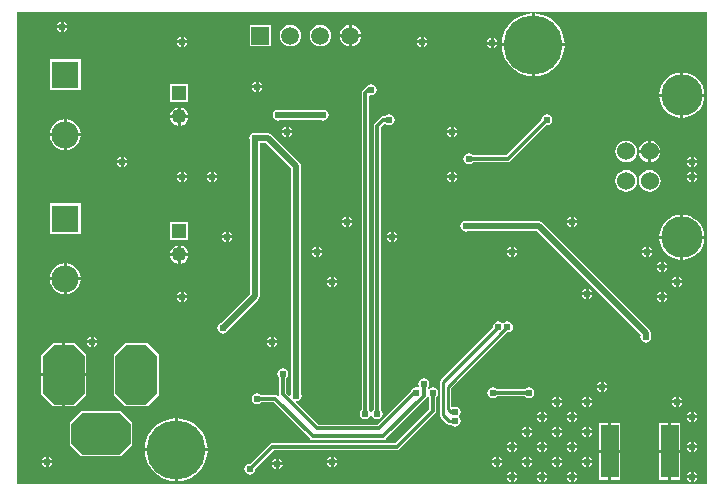
<source format=gbl>
%FSLAX25Y25*%
%MOIN*%
G70*
G01*
G75*
G04 Layer_Physical_Order=2*
G04 Layer_Color=16711680*
%ADD10R,0.02362X0.08661*%
%ADD11R,0.02362X0.08661*%
%ADD12R,0.02362X0.02362*%
%ADD13R,0.03543X0.02953*%
%ADD14R,0.02953X0.03543*%
%ADD15O,0.02165X0.06890*%
%ADD16O,0.06890X0.02165*%
%ADD17R,0.04134X0.05906*%
%ADD18R,0.02362X0.04134*%
%ADD19R,0.03937X0.09843*%
%ADD20O,0.08268X0.01772*%
%ADD21R,0.02756X0.03543*%
%ADD22R,0.03150X0.03740*%
%ADD23R,0.04331X0.07480*%
%ADD24O,0.03150X0.01181*%
%ADD25O,0.01181X0.03150*%
%ADD26R,0.05906X0.17716*%
%ADD27R,0.04331X0.07480*%
%ADD28C,0.01200*%
%ADD29C,0.01000*%
%ADD30C,0.02000*%
%ADD31C,0.19685*%
%ADD32C,0.04921*%
%ADD33R,0.04921X0.04921*%
%ADD34R,0.09055X0.09055*%
%ADD35C,0.09055*%
G04:AMPARAMS|DCode=36|XSize=196.85mil|YSize=137.8mil|CornerRadius=0mil|HoleSize=0mil|Usage=FLASHONLY|Rotation=270.000|XOffset=0mil|YOffset=0mil|HoleType=Round|Shape=Octagon|*
%AMOCTAGOND36*
4,1,8,-0.03445,-0.09843,0.03445,-0.09843,0.06890,-0.06398,0.06890,0.06398,0.03445,0.09843,-0.03445,0.09843,-0.06890,0.06398,-0.06890,-0.06398,-0.03445,-0.09843,0.0*
%
%ADD36OCTAGOND36*%

G04:AMPARAMS|DCode=37|XSize=196.85mil|YSize=137.8mil|CornerRadius=0mil|HoleSize=0mil|Usage=FLASHONLY|Rotation=0.000|XOffset=0mil|YOffset=0mil|HoleType=Round|Shape=Octagon|*
%AMOCTAGOND37*
4,1,8,0.09843,-0.03445,0.09843,0.03445,0.06398,0.06890,-0.06398,0.06890,-0.09843,0.03445,-0.09843,-0.03445,-0.06398,-0.06890,0.06398,-0.06890,0.09843,-0.03445,0.0*
%
%ADD37OCTAGOND37*%

%ADD38R,0.05906X0.05906*%
%ADD39C,0.05906*%
%ADD40C,0.06000*%
%ADD41C,0.13780*%
%ADD42C,0.02400*%
G36*
X655000Y712500D02*
X425000D01*
Y870000D01*
X655000D01*
Y712500D01*
D02*
G37*
%LPC*%
G36*
X610500Y736736D02*
Y735500D01*
X611736D01*
X611696Y735702D01*
X611298Y736298D01*
X610702Y736696D01*
X610500Y736736D01*
D02*
G37*
G36*
X609500D02*
X609298Y736696D01*
X608702Y736298D01*
X608304Y735702D01*
X608264Y735500D01*
X609500D01*
Y736736D01*
D02*
G37*
G36*
X650500D02*
Y735500D01*
X651736D01*
X651696Y735702D01*
X651298Y736298D01*
X650702Y736696D01*
X650500Y736736D01*
D02*
G37*
G36*
X649500D02*
X649298Y736696D01*
X648702Y736298D01*
X648304Y735702D01*
X648264Y735500D01*
X649500D01*
Y736736D01*
D02*
G37*
G36*
X651736Y734500D02*
X650500D01*
Y733264D01*
X650702Y733304D01*
X651298Y733702D01*
X651696Y734298D01*
X651736Y734500D01*
D02*
G37*
G36*
X649500D02*
X648264D01*
X648304Y734298D01*
X648702Y733702D01*
X649298Y733304D01*
X649500Y733264D01*
Y734500D01*
D02*
G37*
G36*
X600500Y736736D02*
Y735500D01*
X601736D01*
X601696Y735702D01*
X601298Y736298D01*
X600702Y736696D01*
X600500Y736736D01*
D02*
G37*
G36*
X599500D02*
X599298Y736696D01*
X598702Y736298D01*
X598304Y735702D01*
X598264Y735500D01*
X599500D01*
Y736736D01*
D02*
G37*
G36*
X604500Y739500D02*
X603264D01*
X603304Y739298D01*
X603702Y738702D01*
X604298Y738304D01*
X604500Y738264D01*
Y739500D01*
D02*
G37*
G36*
X440028Y748500D02*
X433038D01*
Y742302D01*
X436783Y738557D01*
X440028D01*
Y748500D01*
D02*
G37*
G36*
X646736Y739500D02*
X645500D01*
Y738264D01*
X645702Y738304D01*
X646298Y738702D01*
X646696Y739298D01*
X646736Y739500D01*
D02*
G37*
G36*
X468485Y759443D02*
X460995D01*
X457250Y755698D01*
Y742302D01*
X460995Y738557D01*
X468485D01*
X472230Y742302D01*
Y755698D01*
X468485Y759443D01*
D02*
G37*
G36*
X448017Y748500D02*
X441028D01*
Y738557D01*
X444273D01*
X448017Y742302D01*
Y748500D01*
D02*
G37*
G36*
X614500Y739500D02*
X613264D01*
X613304Y739298D01*
X613702Y738702D01*
X614298Y738304D01*
X614500Y738264D01*
Y739500D01*
D02*
G37*
G36*
X606736D02*
X605500D01*
Y738264D01*
X605702Y738304D01*
X606298Y738702D01*
X606696Y739298D01*
X606736Y739500D01*
D02*
G37*
G36*
X644500D02*
X643264D01*
X643304Y739298D01*
X643702Y738702D01*
X644298Y738304D01*
X644500Y738264D01*
Y739500D01*
D02*
G37*
G36*
X616736D02*
X615500D01*
Y738264D01*
X615702Y738304D01*
X616298Y738702D01*
X616696Y739298D01*
X616736Y739500D01*
D02*
G37*
G36*
X611736Y734500D02*
X610500D01*
Y733264D01*
X610702Y733304D01*
X611298Y733702D01*
X611696Y734298D01*
X611736Y734500D01*
D02*
G37*
G36*
X606736Y729500D02*
X605500D01*
Y728264D01*
X605702Y728304D01*
X606298Y728702D01*
X606696Y729298D01*
X606736Y729500D01*
D02*
G37*
G36*
X604500D02*
X603264D01*
X603304Y729298D01*
X603702Y728702D01*
X604298Y728304D01*
X604500Y728264D01*
Y729500D01*
D02*
G37*
G36*
X616736D02*
X615500D01*
Y728264D01*
X615702Y728304D01*
X616298Y728702D01*
X616696Y729298D01*
X616736Y729500D01*
D02*
G37*
G36*
X614500D02*
X613264D01*
X613304Y729298D01*
X613702Y728702D01*
X614298Y728304D01*
X614500Y728264D01*
Y729500D01*
D02*
G37*
G36*
X650500Y726736D02*
Y725500D01*
X651736D01*
X651696Y725702D01*
X651298Y726298D01*
X650702Y726696D01*
X650500Y726736D01*
D02*
G37*
G36*
X649500D02*
X649298Y726696D01*
X648702Y726298D01*
X648304Y725702D01*
X648264Y725500D01*
X649500D01*
Y726736D01*
D02*
G37*
G36*
X596736Y729500D02*
X595500D01*
Y728264D01*
X595702Y728304D01*
X596298Y728702D01*
X596696Y729298D01*
X596736Y729500D01*
D02*
G37*
G36*
X594500D02*
X593264D01*
X593304Y729298D01*
X593702Y728702D01*
X594298Y728304D01*
X594500Y728264D01*
Y729500D01*
D02*
G37*
G36*
Y731736D02*
X594298Y731696D01*
X593702Y731298D01*
X593304Y730702D01*
X593264Y730500D01*
X594500D01*
Y731736D01*
D02*
G37*
G36*
X599500Y734500D02*
X598264D01*
X598304Y734298D01*
X598702Y733702D01*
X599298Y733304D01*
X599500Y733264D01*
Y734500D01*
D02*
G37*
G36*
X615500Y731736D02*
Y730500D01*
X616736D01*
X616696Y730702D01*
X616298Y731298D01*
X615702Y731696D01*
X615500Y731736D01*
D02*
G37*
G36*
X609500Y734500D02*
X608264D01*
X608304Y734298D01*
X608702Y733702D01*
X609298Y733304D01*
X609500Y733264D01*
Y734500D01*
D02*
G37*
G36*
X601736D02*
X600500D01*
Y733264D01*
X600702Y733304D01*
X601298Y733702D01*
X601696Y734298D01*
X601736Y734500D01*
D02*
G37*
G36*
X604500Y731736D02*
X604298Y731696D01*
X603702Y731298D01*
X603304Y730702D01*
X603264Y730500D01*
X604500D01*
Y731736D01*
D02*
G37*
G36*
X595500D02*
Y730500D01*
X596736D01*
X596696Y730702D01*
X596298Y731298D01*
X595702Y731696D01*
X595500Y731736D01*
D02*
G37*
G36*
X614500D02*
X614298Y731696D01*
X613702Y731298D01*
X613304Y730702D01*
X613264Y730500D01*
X614500D01*
Y731736D01*
D02*
G37*
G36*
X605500D02*
Y730500D01*
X606736D01*
X606696Y730702D01*
X606298Y731298D01*
X605702Y731696D01*
X605500Y731736D01*
D02*
G37*
G36*
X588400Y766835D02*
X587698Y766696D01*
X587102Y766298D01*
X586698D01*
X586102Y766696D01*
X585400Y766835D01*
X584698Y766696D01*
X584102Y766298D01*
X583704Y765702D01*
X583565Y765000D01*
X583606Y764792D01*
X566207Y747393D01*
X565964Y747029D01*
X565878Y746600D01*
X565878Y746600D01*
Y735500D01*
X565878Y735500D01*
X565964Y735071D01*
X566207Y734707D01*
X568207Y732707D01*
X568207Y732707D01*
X568571Y732464D01*
X568571Y732464D01*
X568571Y732464D01*
D01*
X568571Y732464D01*
X568571Y732464D01*
X569000Y732378D01*
X569000Y732378D01*
X569585D01*
X569702Y732202D01*
X570298Y731804D01*
X571000Y731665D01*
X571702Y731804D01*
X572298Y732202D01*
X572696Y732798D01*
X572835Y733500D01*
X572696Y734202D01*
X572298Y734798D01*
Y735202D01*
X572696Y735798D01*
X572835Y736500D01*
X572696Y737202D01*
X572298Y737798D01*
X571702Y738196D01*
X571000Y738335D01*
X570298Y738196D01*
X570162Y738105D01*
X569722Y738341D01*
Y744483D01*
X588404Y763166D01*
X589102Y763304D01*
X589698Y763702D01*
X590096Y764298D01*
X590235Y765000D01*
X590096Y765702D01*
X589698Y766298D01*
X589102Y766696D01*
X588400Y766835D01*
D02*
G37*
G36*
X510500Y761736D02*
Y760500D01*
X511736D01*
X511696Y760702D01*
X511298Y761298D01*
X510702Y761696D01*
X510500Y761736D01*
D02*
G37*
G36*
X481736Y774500D02*
X480500D01*
Y773264D01*
X480702Y773304D01*
X481298Y773702D01*
X481696Y774298D01*
X481736Y774500D01*
D02*
G37*
G36*
X479500D02*
X478264D01*
X478304Y774298D01*
X478702Y773702D01*
X479298Y773304D01*
X479500Y773264D01*
Y774500D01*
D02*
G37*
G36*
X449500Y761736D02*
X449298Y761696D01*
X448702Y761298D01*
X448304Y760702D01*
X448264Y760500D01*
X449500D01*
Y761736D01*
D02*
G37*
G36*
X574500Y800335D02*
X573798Y800196D01*
X573202Y799798D01*
X572804Y799202D01*
X572665Y798500D01*
X572804Y797798D01*
X573202Y797202D01*
X573798Y796804D01*
X574500Y796665D01*
X575202Y796804D01*
X575298Y796869D01*
X598324D01*
X632869Y762324D01*
Y762298D01*
X632804Y762202D01*
X632665Y761500D01*
X632804Y760798D01*
X633202Y760202D01*
X633798Y759804D01*
X634500Y759665D01*
X635202Y759804D01*
X635798Y760202D01*
X636196Y760798D01*
X636335Y761500D01*
X636196Y762202D01*
X636131Y762298D01*
Y763000D01*
X636007Y763624D01*
X635653Y764153D01*
X600153Y799653D01*
X599624Y800007D01*
X599000Y800131D01*
X575298D01*
X575202Y800196D01*
X574500Y800335D01*
D02*
G37*
G36*
X509500Y761736D02*
X509298Y761696D01*
X508702Y761298D01*
X508304Y760702D01*
X508264Y760500D01*
X509500D01*
Y761736D01*
D02*
G37*
G36*
X450500D02*
Y760500D01*
X451736D01*
X451696Y760702D01*
X451298Y761298D01*
X450702Y761696D01*
X450500Y761736D01*
D02*
G37*
G36*
X639500Y774500D02*
X638264D01*
X638304Y774298D01*
X638702Y773702D01*
X639298Y773304D01*
X639500Y773264D01*
Y774500D01*
D02*
G37*
G36*
Y776736D02*
X639298Y776696D01*
X638702Y776298D01*
X638304Y775702D01*
X638264Y775500D01*
X639500D01*
Y776736D01*
D02*
G37*
G36*
X480500D02*
Y775500D01*
X481736D01*
X481696Y775702D01*
X481298Y776298D01*
X480702Y776696D01*
X480500Y776736D01*
D02*
G37*
G36*
X440500Y780500D02*
X435894D01*
X436004Y779661D01*
X436521Y778414D01*
X437343Y777343D01*
X438414Y776521D01*
X439661Y776004D01*
X440500Y775894D01*
Y780500D01*
D02*
G37*
G36*
X640500Y776736D02*
Y775500D01*
X641736D01*
X641696Y775702D01*
X641298Y776298D01*
X640702Y776696D01*
X640500Y776736D01*
D02*
G37*
G36*
X614500Y775500D02*
X613264D01*
X613304Y775298D01*
X613702Y774702D01*
X614298Y774304D01*
X614500Y774264D01*
Y775500D01*
D02*
G37*
G36*
X641736Y774500D02*
X640500D01*
Y773264D01*
X640702Y773304D01*
X641298Y773702D01*
X641696Y774298D01*
X641736Y774500D01*
D02*
G37*
G36*
X479500Y776736D02*
X479298Y776696D01*
X478702Y776298D01*
X478304Y775702D01*
X478264Y775500D01*
X479500D01*
Y776736D01*
D02*
G37*
G36*
X616736Y775500D02*
X615500D01*
Y774264D01*
X615702Y774304D01*
X616298Y774702D01*
X616696Y775298D01*
X616736Y775500D01*
D02*
G37*
G36*
X511736Y759500D02*
X510500D01*
Y758264D01*
X510702Y758304D01*
X511298Y758702D01*
X511696Y759298D01*
X511736Y759500D01*
D02*
G37*
G36*
X645500Y741736D02*
Y740500D01*
X646736D01*
X646696Y740702D01*
X646298Y741298D01*
X645702Y741696D01*
X645500Y741736D01*
D02*
G37*
G36*
X644500D02*
X644298Y741696D01*
X643702Y741298D01*
X643304Y740702D01*
X643264Y740500D01*
X644500D01*
Y741736D01*
D02*
G37*
G36*
X619500Y744500D02*
X618264D01*
X618304Y744298D01*
X618702Y743702D01*
X619298Y743304D01*
X619500Y743264D01*
Y744500D01*
D02*
G37*
G36*
X504185Y829650D02*
X503483Y829510D01*
X502887Y829113D01*
X502490Y828517D01*
X502350Y827815D01*
X502490Y827113D01*
X502554Y827017D01*
Y775861D01*
X492911Y766218D01*
X492798Y766196D01*
X492202Y765798D01*
X491804Y765202D01*
X491665Y764500D01*
X491804Y763798D01*
X492202Y763202D01*
X492798Y762804D01*
X493500Y762665D01*
X494202Y762804D01*
X494798Y763202D01*
X495196Y763798D01*
X495218Y763911D01*
X505339Y774031D01*
X505692Y774561D01*
X505816Y775185D01*
X505816Y775185D01*
X505816Y775185D01*
Y775185D01*
Y826184D01*
X508009D01*
X516369Y817824D01*
Y742798D01*
X516304Y742702D01*
X516196Y742158D01*
X515718Y742013D01*
X514723Y743007D01*
Y747889D01*
X514798Y747938D01*
X515196Y748534D01*
X515335Y749236D01*
X515196Y749938D01*
X514798Y750534D01*
X514202Y750932D01*
X513500Y751072D01*
X512798Y750932D01*
X512202Y750534D01*
X511804Y749938D01*
X511665Y749236D01*
X511804Y748534D01*
X512202Y747938D01*
X512277Y747889D01*
Y742500D01*
X512368Y742039D01*
X511927Y741803D01*
X511865Y741865D01*
X511468Y742130D01*
X511000Y742224D01*
X506347D01*
X506298Y742298D01*
X505702Y742696D01*
X505000Y742835D01*
X504298Y742696D01*
X503702Y742298D01*
X503304Y741702D01*
X503165Y741000D01*
X503304Y740298D01*
X503702Y739702D01*
X504298Y739304D01*
X505000Y739165D01*
X505702Y739304D01*
X506298Y739702D01*
X506347Y739777D01*
X510493D01*
X522635Y727635D01*
X523032Y727370D01*
X523500Y727277D01*
X547000D01*
X547468Y727370D01*
X547865Y727635D01*
X547865Y727635D01*
X547865Y727635D01*
X561365Y741135D01*
X561630Y741532D01*
X561630Y741532D01*
X561630Y741532D01*
X561660Y741682D01*
X561890Y741728D01*
X562277Y741410D01*
Y737461D01*
X551039Y726224D01*
X510000D01*
X509532Y726130D01*
X509135Y725865D01*
X502588Y719318D01*
X502500Y719335D01*
X501798Y719196D01*
X501202Y718798D01*
X500804Y718202D01*
X500665Y717500D01*
X500804Y716798D01*
X501202Y716202D01*
X501798Y715804D01*
X502500Y715665D01*
X503202Y715804D01*
X503798Y716202D01*
X504196Y716798D01*
X504335Y717500D01*
X504318Y717588D01*
X510507Y723776D01*
X551546D01*
X552014Y723870D01*
X552411Y724135D01*
X564365Y736089D01*
X564630Y736486D01*
X564723Y736954D01*
Y741653D01*
X564798Y741702D01*
X565196Y742298D01*
X565335Y743000D01*
X565196Y743702D01*
X564798Y744298D01*
X564202Y744696D01*
X563500Y744835D01*
X562798Y744696D01*
X562202Y744298D01*
X561724Y744442D01*
Y744653D01*
X561798Y744702D01*
X562196Y745298D01*
X562335Y746000D01*
X562196Y746702D01*
X561798Y747298D01*
X561202Y747696D01*
X560500Y747835D01*
X559798Y747696D01*
X559202Y747298D01*
X558804Y746702D01*
X558665Y746000D01*
X558804Y745298D01*
X558921Y745123D01*
X558643Y744707D01*
X558000Y744835D01*
X557298Y744696D01*
X556702Y744298D01*
X556304Y743702D01*
X556289Y743625D01*
X544987Y732324D01*
X525407D01*
X517849Y739882D01*
X518000Y740165D01*
X518702Y740304D01*
X519298Y740702D01*
X519696Y741298D01*
X519835Y742000D01*
X519696Y742702D01*
X519631Y742798D01*
Y818500D01*
X519507Y819124D01*
X519153Y819654D01*
X509839Y828969D01*
X509309Y829322D01*
X508685Y829446D01*
X504984D01*
X504887Y829510D01*
X504185Y829650D01*
D02*
G37*
G36*
X605500Y741736D02*
Y740500D01*
X606736D01*
X606696Y740702D01*
X606298Y741298D01*
X605702Y741696D01*
X605500Y741736D01*
D02*
G37*
G36*
X604500D02*
X604298Y741696D01*
X603702Y741298D01*
X603304Y740702D01*
X603264Y740500D01*
X604500D01*
Y741736D01*
D02*
G37*
G36*
X615500D02*
Y740500D01*
X616736D01*
X616696Y740702D01*
X616298Y741298D01*
X615702Y741696D01*
X615500Y741736D01*
D02*
G37*
G36*
X614500D02*
X614298Y741696D01*
X613702Y741298D01*
X613304Y740702D01*
X613264Y740500D01*
X614500D01*
Y741736D01*
D02*
G37*
G36*
X621736Y744500D02*
X620500D01*
Y743264D01*
X620702Y743304D01*
X621298Y743702D01*
X621696Y744298D01*
X621736Y744500D01*
D02*
G37*
G36*
X449500Y759500D02*
X448264D01*
X448304Y759298D01*
X448702Y758702D01*
X449298Y758304D01*
X449500Y758264D01*
Y759500D01*
D02*
G37*
G36*
X444273Y759443D02*
X441028D01*
Y749500D01*
X448017D01*
Y755698D01*
X444273Y759443D01*
D02*
G37*
G36*
X509500Y759500D02*
X508264D01*
X508304Y759298D01*
X508702Y758702D01*
X509298Y758304D01*
X509500Y758264D01*
Y759500D01*
D02*
G37*
G36*
X451736D02*
X450500D01*
Y758264D01*
X450702Y758304D01*
X451298Y758702D01*
X451696Y759298D01*
X451736Y759500D01*
D02*
G37*
G36*
X619500Y746736D02*
X619298Y746696D01*
X618702Y746298D01*
X618304Y745702D01*
X618264Y745500D01*
X619500D01*
Y746736D01*
D02*
G37*
G36*
X595500Y744835D02*
X594798Y744696D01*
X594202Y744298D01*
X594153Y744223D01*
X584847D01*
X584798Y744298D01*
X584202Y744696D01*
X583500Y744835D01*
X582798Y744696D01*
X582202Y744298D01*
X581804Y743702D01*
X581665Y743000D01*
X581804Y742298D01*
X582202Y741702D01*
X582798Y741304D01*
X583500Y741165D01*
X584202Y741304D01*
X584798Y741702D01*
X584847Y741777D01*
X594153D01*
X594202Y741702D01*
X594798Y741304D01*
X595500Y741165D01*
X596202Y741304D01*
X596798Y741702D01*
X597196Y742298D01*
X597335Y743000D01*
X597196Y743702D01*
X596798Y744298D01*
X596202Y744696D01*
X595500Y744835D01*
D02*
G37*
G36*
X440028Y759443D02*
X436783D01*
X433038Y755698D01*
Y749500D01*
X440028D01*
Y759443D01*
D02*
G37*
G36*
X620500Y746736D02*
Y745500D01*
X621736D01*
X621696Y745702D01*
X621298Y746298D01*
X620702Y746696D01*
X620500Y746736D01*
D02*
G37*
G36*
X610500Y726736D02*
Y725500D01*
X611736D01*
X611696Y725702D01*
X611298Y726298D01*
X610702Y726696D01*
X610500Y726736D01*
D02*
G37*
G36*
X513431Y718798D02*
X512196D01*
Y717562D01*
X512398Y717602D01*
X512993Y718000D01*
X513391Y718595D01*
X513431Y718798D01*
D02*
G37*
G36*
X511196D02*
X509960D01*
X510000Y718595D01*
X510398Y718000D01*
X510993Y717602D01*
X511196Y717562D01*
Y718798D01*
D02*
G37*
G36*
X436736Y719500D02*
X435500D01*
Y718264D01*
X435702Y718304D01*
X436298Y718702D01*
X436696Y719298D01*
X436736Y719500D01*
D02*
G37*
G36*
X434500D02*
X433264D01*
X433304Y719298D01*
X433702Y718702D01*
X434298Y718304D01*
X434500Y718264D01*
Y719500D01*
D02*
G37*
G36*
X610500Y716736D02*
Y715500D01*
X611736D01*
X611696Y715702D01*
X611298Y716298D01*
X610702Y716696D01*
X610500Y716736D01*
D02*
G37*
G36*
X609500D02*
X609298Y716696D01*
X608702Y716298D01*
X608304Y715702D01*
X608264Y715500D01*
X609500D01*
Y716736D01*
D02*
G37*
G36*
X650500D02*
Y715500D01*
X651736D01*
X651696Y715702D01*
X651298Y716298D01*
X650702Y716696D01*
X650500Y716736D01*
D02*
G37*
G36*
X649500D02*
X649298Y716696D01*
X648702Y716298D01*
X648304Y715702D01*
X648264Y715500D01*
X649500D01*
Y716736D01*
D02*
G37*
G36*
X529500Y719500D02*
X528264D01*
X528304Y719298D01*
X528702Y718702D01*
X529298Y718304D01*
X529500Y718264D01*
Y719500D01*
D02*
G37*
G36*
X604500D02*
X603264D01*
X603304Y719298D01*
X603702Y718702D01*
X604298Y718304D01*
X604500Y718264D01*
Y719500D01*
D02*
G37*
G36*
X596736D02*
X595500D01*
Y718264D01*
X595702Y718304D01*
X596298Y718702D01*
X596696Y719298D01*
X596736Y719500D01*
D02*
G37*
G36*
X614500D02*
X613264D01*
X613304Y719298D01*
X613702Y718702D01*
X614298Y718304D01*
X614500Y718264D01*
Y719500D01*
D02*
G37*
G36*
X606736D02*
X605500D01*
Y718264D01*
X605702Y718304D01*
X606298Y718702D01*
X606696Y719298D01*
X606736Y719500D01*
D02*
G37*
G36*
X584500D02*
X583264D01*
X583304Y719298D01*
X583702Y718702D01*
X584298Y718304D01*
X584500Y718264D01*
Y719500D01*
D02*
G37*
G36*
X531736D02*
X530500D01*
Y718264D01*
X530702Y718304D01*
X531298Y718702D01*
X531696Y719298D01*
X531736Y719500D01*
D02*
G37*
G36*
X594500D02*
X593264D01*
X593304Y719298D01*
X593702Y718702D01*
X594298Y718304D01*
X594500Y718264D01*
Y719500D01*
D02*
G37*
G36*
X586736D02*
X585500D01*
Y718264D01*
X585702Y718304D01*
X586298Y718702D01*
X586696Y719298D01*
X586736Y719500D01*
D02*
G37*
G36*
X600500Y716736D02*
Y715500D01*
X601736D01*
X601696Y715702D01*
X601298Y716298D01*
X600702Y716696D01*
X600500Y716736D01*
D02*
G37*
G36*
X611736Y714500D02*
X610500D01*
Y713264D01*
X610702Y713304D01*
X611298Y713702D01*
X611696Y714298D01*
X611736Y714500D01*
D02*
G37*
G36*
X609500D02*
X608264D01*
X608304Y714298D01*
X608702Y713702D01*
X609298Y713304D01*
X609500Y713264D01*
Y714500D01*
D02*
G37*
G36*
X651736D02*
X650500D01*
Y713264D01*
X650702Y713304D01*
X651298Y713702D01*
X651696Y714298D01*
X651736Y714500D01*
D02*
G37*
G36*
X649500D02*
X648264D01*
X648304Y714298D01*
X648702Y713702D01*
X649298Y713304D01*
X649500Y713264D01*
Y714500D01*
D02*
G37*
G36*
X591736D02*
X590500D01*
Y713264D01*
X590702Y713304D01*
X591298Y713702D01*
X591696Y714298D01*
X591736Y714500D01*
D02*
G37*
G36*
X589500D02*
X588264D01*
X588304Y714298D01*
X588702Y713702D01*
X589298Y713304D01*
X589500Y713264D01*
Y714500D01*
D02*
G37*
G36*
X601736D02*
X600500D01*
Y713264D01*
X600702Y713304D01*
X601298Y713702D01*
X601696Y714298D01*
X601736Y714500D01*
D02*
G37*
G36*
X599500D02*
X598264D01*
X598304Y714298D01*
X598702Y713702D01*
X599298Y713304D01*
X599500Y713264D01*
Y714500D01*
D02*
G37*
G36*
X477500Y723500D02*
X467564D01*
X467654Y722361D01*
X468038Y720763D01*
X468667Y719244D01*
X469526Y717843D01*
X470593Y716593D01*
X471843Y715526D01*
X473244Y714667D01*
X474763Y714038D01*
X476361Y713654D01*
X477500Y713564D01*
Y723500D01*
D02*
G37*
G36*
X589500Y716736D02*
X589298Y716696D01*
X588702Y716298D01*
X588304Y715702D01*
X588264Y715500D01*
X589500D01*
Y716736D01*
D02*
G37*
G36*
X646053Y723000D02*
X643000D01*
Y714042D01*
X646053D01*
Y723000D01*
D02*
G37*
G36*
X599500Y716736D02*
X599298Y716696D01*
X598702Y716298D01*
X598304Y715702D01*
X598264Y715500D01*
X599500D01*
Y716736D01*
D02*
G37*
G36*
X590500D02*
Y715500D01*
X591736D01*
X591696Y715702D01*
X591298Y716298D01*
X590702Y716696D01*
X590500Y716736D01*
D02*
G37*
G36*
X622000Y723000D02*
X618947D01*
Y714042D01*
X622000D01*
Y723000D01*
D02*
G37*
G36*
X488436Y723500D02*
X478500D01*
Y713564D01*
X479639Y713654D01*
X481237Y714038D01*
X482756Y714667D01*
X484157Y715526D01*
X485407Y716593D01*
X486474Y717843D01*
X487333Y719244D01*
X487962Y720763D01*
X488346Y722361D01*
X488436Y723500D01*
D02*
G37*
G36*
X642000Y723000D02*
X638947D01*
Y714042D01*
X642000D01*
Y723000D01*
D02*
G37*
G36*
X626053D02*
X623000D01*
Y714042D01*
X626053D01*
Y723000D01*
D02*
G37*
G36*
X651736Y724500D02*
X650500D01*
Y723264D01*
X650702Y723304D01*
X651298Y723702D01*
X651696Y724298D01*
X651736Y724500D01*
D02*
G37*
G36*
X649500D02*
X648264D01*
X648304Y724298D01*
X648702Y723702D01*
X649298Y723304D01*
X649500Y723264D01*
Y724500D01*
D02*
G37*
G36*
X626053Y732958D02*
X623000D01*
Y724000D01*
X626053D01*
Y732958D01*
D02*
G37*
G36*
X622000D02*
X618947D01*
Y724000D01*
X622000D01*
Y732958D01*
D02*
G37*
G36*
X601736Y724500D02*
X600500D01*
Y723264D01*
X600702Y723304D01*
X601298Y723702D01*
X601696Y724298D01*
X601736Y724500D01*
D02*
G37*
G36*
X599500D02*
X598264D01*
X598304Y724298D01*
X598702Y723702D01*
X599298Y723304D01*
X599500Y723264D01*
Y724500D01*
D02*
G37*
G36*
X611736D02*
X610500D01*
Y723264D01*
X610702Y723304D01*
X611298Y723702D01*
X611696Y724298D01*
X611736Y724500D01*
D02*
G37*
G36*
X609500D02*
X608264D01*
X608304Y724298D01*
X608702Y723702D01*
X609298Y723304D01*
X609500Y723264D01*
Y724500D01*
D02*
G37*
G36*
X642000Y732958D02*
X638947D01*
Y724000D01*
X642000D01*
Y732958D01*
D02*
G37*
G36*
X599500Y726736D02*
X599298Y726696D01*
X598702Y726298D01*
X598304Y725702D01*
X598264Y725500D01*
X599500D01*
Y726736D01*
D02*
G37*
G36*
X590500D02*
Y725500D01*
X591736D01*
X591696Y725702D01*
X591298Y726298D01*
X590702Y726696D01*
X590500Y726736D01*
D02*
G37*
G36*
X609500D02*
X609298Y726696D01*
X608702Y726298D01*
X608304Y725702D01*
X608264Y725500D01*
X609500D01*
Y726736D01*
D02*
G37*
G36*
X600500D02*
Y725500D01*
X601736D01*
X601696Y725702D01*
X601298Y726298D01*
X600702Y726696D01*
X600500Y726736D01*
D02*
G37*
G36*
X477500Y734436D02*
X476361Y734346D01*
X474763Y733962D01*
X473244Y733333D01*
X471843Y732474D01*
X470593Y731407D01*
X469526Y730157D01*
X468667Y728756D01*
X468038Y727237D01*
X467654Y725639D01*
X467564Y724500D01*
X477500D01*
Y734436D01*
D02*
G37*
G36*
X646053Y732958D02*
X643000D01*
Y724000D01*
X646053D01*
Y732958D01*
D02*
G37*
G36*
X589500Y726736D02*
X589298Y726696D01*
X588702Y726298D01*
X588304Y725702D01*
X588264Y725500D01*
X589500D01*
Y726736D01*
D02*
G37*
G36*
X478500Y734436D02*
Y724500D01*
X488436D01*
X488346Y725639D01*
X487962Y727237D01*
X487333Y728756D01*
X486474Y730157D01*
X485407Y731407D01*
X484157Y732474D01*
X482756Y733333D01*
X481237Y733962D01*
X479639Y734346D01*
X478500Y734436D01*
D02*
G37*
G36*
X591736Y724500D02*
X590500D01*
Y723264D01*
X590702Y723304D01*
X591298Y723702D01*
X591696Y724298D01*
X591736Y724500D01*
D02*
G37*
G36*
X529500Y721736D02*
X529298Y721696D01*
X528702Y721298D01*
X528304Y720702D01*
X528264Y720500D01*
X529500D01*
Y721736D01*
D02*
G37*
G36*
X435500D02*
Y720500D01*
X436736D01*
X436696Y720702D01*
X436298Y721298D01*
X435702Y721696D01*
X435500Y721736D01*
D02*
G37*
G36*
X584500D02*
X584298Y721696D01*
X583702Y721298D01*
X583304Y720702D01*
X583264Y720500D01*
X584500D01*
Y721736D01*
D02*
G37*
G36*
X530500D02*
Y720500D01*
X531736D01*
X531696Y720702D01*
X531298Y721298D01*
X530702Y721696D01*
X530500Y721736D01*
D02*
G37*
G36*
X511196Y721033D02*
X510993Y720993D01*
X510398Y720595D01*
X510000Y720000D01*
X509960Y719798D01*
X511196D01*
Y721033D01*
D02*
G37*
G36*
X616736Y719500D02*
X615500D01*
Y718264D01*
X615702Y718304D01*
X616298Y718702D01*
X616696Y719298D01*
X616736Y719500D01*
D02*
G37*
G36*
X434500Y721736D02*
X434298Y721696D01*
X433702Y721298D01*
X433304Y720702D01*
X433264Y720500D01*
X434500D01*
Y721736D01*
D02*
G37*
G36*
X512196Y721033D02*
Y719798D01*
X513431D01*
X513391Y720000D01*
X512993Y720595D01*
X512398Y720993D01*
X512196Y721033D01*
D02*
G37*
G36*
X585500Y721736D02*
Y720500D01*
X586736D01*
X586696Y720702D01*
X586298Y721298D01*
X585702Y721696D01*
X585500Y721736D01*
D02*
G37*
G36*
X615500D02*
Y720500D01*
X616736D01*
X616696Y720702D01*
X616298Y721298D01*
X615702Y721696D01*
X615500Y721736D01*
D02*
G37*
G36*
X614500D02*
X614298Y721696D01*
X613702Y721298D01*
X613304Y720702D01*
X613264Y720500D01*
X614500D01*
Y721736D01*
D02*
G37*
G36*
X589500Y724500D02*
X588264D01*
X588304Y724298D01*
X588702Y723702D01*
X589298Y723304D01*
X589500Y723264D01*
Y724500D01*
D02*
G37*
G36*
X459627Y736805D02*
X446232D01*
X442487Y733060D01*
Y725570D01*
X446232Y721825D01*
X459627D01*
X463372Y725570D01*
Y733060D01*
X459627Y736805D01*
D02*
G37*
G36*
X595500Y721736D02*
Y720500D01*
X596736D01*
X596696Y720702D01*
X596298Y721298D01*
X595702Y721696D01*
X595500Y721736D01*
D02*
G37*
G36*
X594500D02*
X594298Y721696D01*
X593702Y721298D01*
X593304Y720702D01*
X593264Y720500D01*
X594500D01*
Y721736D01*
D02*
G37*
G36*
X605500D02*
Y720500D01*
X606736D01*
X606696Y720702D01*
X606298Y721298D01*
X605702Y721696D01*
X605500Y721736D01*
D02*
G37*
G36*
X604500D02*
X604298Y721696D01*
X603702Y721298D01*
X603304Y720702D01*
X603264Y720500D01*
X604500D01*
Y721736D01*
D02*
G37*
G36*
X514500Y831736D02*
X514298Y831696D01*
X513702Y831298D01*
X513304Y830702D01*
X513264Y830500D01*
X514500D01*
Y831736D01*
D02*
G37*
G36*
X441500Y834106D02*
Y829500D01*
X446106D01*
X445996Y830339D01*
X445479Y831586D01*
X444657Y832657D01*
X443586Y833479D01*
X442339Y833996D01*
X441500Y834106D01*
D02*
G37*
G36*
X569500Y831736D02*
X569298Y831696D01*
X568702Y831298D01*
X568304Y830702D01*
X568264Y830500D01*
X569500D01*
Y831736D01*
D02*
G37*
G36*
X515500D02*
Y830500D01*
X516736D01*
X516696Y830702D01*
X516298Y831298D01*
X515702Y831696D01*
X515500Y831736D01*
D02*
G37*
G36*
X569500Y829500D02*
X568264D01*
X568304Y829298D01*
X568702Y828702D01*
X569298Y828304D01*
X569500Y828264D01*
Y829500D01*
D02*
G37*
G36*
X516736D02*
X515500D01*
Y828264D01*
X515702Y828304D01*
X516298Y828702D01*
X516696Y829298D01*
X516736Y829500D01*
D02*
G37*
G36*
X440500Y834106D02*
X439661Y833996D01*
X438414Y833479D01*
X437343Y832657D01*
X436521Y831586D01*
X436004Y830339D01*
X435894Y829500D01*
X440500D01*
Y834106D01*
D02*
G37*
G36*
X571736Y829500D02*
X570500D01*
Y828264D01*
X570702Y828304D01*
X571298Y828702D01*
X571696Y829298D01*
X571736Y829500D01*
D02*
G37*
G36*
X570500Y831736D02*
Y830500D01*
X571736D01*
X571696Y830702D01*
X571298Y831298D01*
X570702Y831696D01*
X570500Y831736D01*
D02*
G37*
G36*
X478500Y838084D02*
X478201Y838045D01*
X477457Y837736D01*
X476817Y837246D01*
X476327Y836607D01*
X476018Y835862D01*
X475979Y835563D01*
X478500D01*
Y838084D01*
D02*
G37*
G36*
X653977Y841701D02*
X647000D01*
Y834724D01*
X647968Y834819D01*
X649380Y835248D01*
X650681Y835943D01*
X651822Y836879D01*
X652758Y838020D01*
X653453Y839321D01*
X653881Y840732D01*
X653977Y841701D01*
D02*
G37*
G36*
X527000Y837335D02*
X526298Y837196D01*
X526202Y837131D01*
X512798D01*
X512702Y837196D01*
X512000Y837335D01*
X511298Y837196D01*
X510702Y836798D01*
X510304Y836202D01*
X510165Y835500D01*
X510304Y834798D01*
X510702Y834202D01*
X511298Y833804D01*
X512000Y833665D01*
X512702Y833804D01*
X512798Y833869D01*
X526202D01*
X526298Y833804D01*
X527000Y833665D01*
X527702Y833804D01*
X528298Y834202D01*
X528696Y834798D01*
X528835Y835500D01*
X528696Y836202D01*
X528298Y836798D01*
X527702Y837196D01*
X527000Y837335D01*
D02*
G37*
G36*
X479500Y838084D02*
Y835563D01*
X482021D01*
X481982Y835862D01*
X481673Y836607D01*
X481183Y837246D01*
X480544Y837736D01*
X479799Y838045D01*
X479500Y838084D01*
D02*
G37*
G36*
X482021Y834563D02*
X479500D01*
Y832042D01*
X479799Y832081D01*
X480544Y832390D01*
X481183Y832880D01*
X481673Y833519D01*
X481982Y834264D01*
X482021Y834563D01*
D02*
G37*
G36*
X478500D02*
X475979D01*
X476018Y834264D01*
X476327Y833519D01*
X476817Y832880D01*
X477457Y832390D01*
X478201Y832081D01*
X478500Y832042D01*
Y834563D01*
D02*
G37*
G36*
X646000Y841701D02*
X639023D01*
X639119Y840732D01*
X639547Y839321D01*
X640242Y838020D01*
X641178Y836879D01*
X642319Y835943D01*
X643620Y835248D01*
X645032Y834819D01*
X646000Y834724D01*
Y841701D01*
D02*
G37*
G36*
X601500Y835835D02*
X600798Y835696D01*
X600202Y835298D01*
X599804Y834702D01*
X599665Y834000D01*
X599682Y833912D01*
X587993Y822223D01*
X576847D01*
X576798Y822298D01*
X576202Y822696D01*
X575500Y822835D01*
X574798Y822696D01*
X574202Y822298D01*
X573804Y821702D01*
X573665Y821000D01*
X573804Y820298D01*
X574202Y819702D01*
X574798Y819304D01*
X575500Y819165D01*
X576202Y819304D01*
X576798Y819702D01*
X576847Y819777D01*
X588500D01*
X588968Y819870D01*
X589365Y820135D01*
X589365Y820135D01*
X589365Y820135D01*
X601412Y832182D01*
X601500Y832165D01*
X602202Y832304D01*
X602798Y832702D01*
X603196Y833298D01*
X603335Y834000D01*
X603196Y834702D01*
X602798Y835298D01*
X602202Y835696D01*
X601500Y835835D01*
D02*
G37*
G36*
X514500Y829500D02*
X513264D01*
X513304Y829298D01*
X513702Y828702D01*
X514298Y828304D01*
X514500Y828264D01*
Y829500D01*
D02*
G37*
G36*
X651736Y819500D02*
X650500D01*
Y818264D01*
X650702Y818304D01*
X651298Y818702D01*
X651696Y819298D01*
X651736Y819500D01*
D02*
G37*
G36*
X649500D02*
X648264D01*
X648304Y819298D01*
X648702Y818702D01*
X649298Y818304D01*
X649500Y818264D01*
Y819500D01*
D02*
G37*
G36*
X635331Y822921D02*
X632266D01*
X632323Y822482D01*
X632686Y821606D01*
X633263Y820854D01*
X634015Y820277D01*
X634891Y819914D01*
X635331Y819856D01*
Y822921D01*
D02*
G37*
G36*
X627957Y827052D02*
X627017Y826929D01*
X626141Y826566D01*
X625389Y825989D01*
X624812Y825237D01*
X624449Y824361D01*
X624326Y823421D01*
X624449Y822482D01*
X624812Y821606D01*
X625389Y820854D01*
X626141Y820277D01*
X627017Y819914D01*
X627957Y819790D01*
X628897Y819914D01*
X629772Y820277D01*
X630524Y820854D01*
X631101Y821606D01*
X631464Y822482D01*
X631588Y823421D01*
X631464Y824361D01*
X631101Y825237D01*
X630524Y825989D01*
X629772Y826566D01*
X628897Y826929D01*
X627957Y827052D01*
D02*
G37*
G36*
X650500Y816736D02*
Y815500D01*
X651736D01*
X651696Y815702D01*
X651298Y816298D01*
X650702Y816696D01*
X650500Y816736D01*
D02*
G37*
G36*
X649500D02*
X649298Y816696D01*
X648702Y816298D01*
X648304Y815702D01*
X648264Y815500D01*
X649500D01*
Y816736D01*
D02*
G37*
G36*
X461736Y819500D02*
X460500D01*
Y818264D01*
X460702Y818304D01*
X461298Y818702D01*
X461696Y819298D01*
X461736Y819500D01*
D02*
G37*
G36*
X459500D02*
X458264D01*
X458304Y819298D01*
X458702Y818702D01*
X459298Y818304D01*
X459500Y818264D01*
Y819500D01*
D02*
G37*
G36*
X639396Y822921D02*
X636331D01*
Y819856D01*
X636770Y819914D01*
X637646Y820277D01*
X638398Y820854D01*
X638975Y821606D01*
X639338Y822482D01*
X639396Y822921D01*
D02*
G37*
G36*
X446106Y828500D02*
X441500D01*
Y823894D01*
X442339Y824004D01*
X443586Y824521D01*
X444657Y825343D01*
X445479Y826414D01*
X445996Y827661D01*
X446106Y828500D01*
D02*
G37*
G36*
X440500D02*
X435894D01*
X436004Y827661D01*
X436521Y826414D01*
X437343Y825343D01*
X438414Y824521D01*
X439661Y824004D01*
X440500Y823894D01*
Y828500D01*
D02*
G37*
G36*
X636331Y826987D02*
Y823921D01*
X639396D01*
X639338Y824361D01*
X638975Y825237D01*
X638398Y825989D01*
X637646Y826566D01*
X636770Y826929D01*
X636331Y826987D01*
D02*
G37*
G36*
X635331D02*
X634891Y826929D01*
X634015Y826566D01*
X633263Y825989D01*
X632686Y825237D01*
X632323Y824361D01*
X632266Y823921D01*
X635331D01*
Y826987D01*
D02*
G37*
G36*
X460500Y821736D02*
Y820500D01*
X461736D01*
X461696Y820702D01*
X461298Y821298D01*
X460702Y821696D01*
X460500Y821736D01*
D02*
G37*
G36*
X459500D02*
X459298Y821696D01*
X458702Y821298D01*
X458304Y820702D01*
X458264Y820500D01*
X459500D01*
Y821736D01*
D02*
G37*
G36*
X650500D02*
Y820500D01*
X651736D01*
X651696Y820702D01*
X651298Y821298D01*
X650702Y821696D01*
X650500Y821736D01*
D02*
G37*
G36*
X649500D02*
X649298Y821696D01*
X648702Y821298D01*
X648304Y820702D01*
X648264Y820500D01*
X649500D01*
Y821736D01*
D02*
G37*
G36*
X482061Y845998D02*
X475939D01*
Y839876D01*
X482061D01*
Y845998D01*
D02*
G37*
G36*
X582771Y861236D02*
X582568Y861196D01*
X581973Y860798D01*
X581575Y860202D01*
X581535Y860000D01*
X582771D01*
Y861236D01*
D02*
G37*
G36*
X597500Y869436D02*
Y859500D01*
X607436D01*
X607346Y860639D01*
X606962Y862237D01*
X606333Y863756D01*
X605474Y865157D01*
X604407Y866407D01*
X603157Y867474D01*
X601756Y868333D01*
X600237Y868962D01*
X598639Y869346D01*
X597500Y869436D01*
D02*
G37*
G36*
X479500Y861736D02*
X479298Y861696D01*
X478702Y861298D01*
X478304Y860702D01*
X478264Y860500D01*
X479500D01*
Y861736D01*
D02*
G37*
G36*
X583771Y861236D02*
Y860000D01*
X585007D01*
X584966Y860202D01*
X584568Y860798D01*
X583973Y861196D01*
X583771Y861236D01*
D02*
G37*
G36*
X535500Y861500D02*
X532482D01*
X532539Y861073D01*
X532897Y860208D01*
X533466Y859466D01*
X534208Y858897D01*
X535073Y858539D01*
X535500Y858482D01*
Y861500D01*
D02*
G37*
G36*
X509553Y865553D02*
X502447D01*
Y858447D01*
X509553D01*
Y865553D01*
D02*
G37*
G36*
X596500Y869436D02*
X595361Y869346D01*
X593763Y868962D01*
X592244Y868333D01*
X590843Y867474D01*
X589593Y866407D01*
X588526Y865157D01*
X587667Y863756D01*
X587038Y862237D01*
X586654Y860639D01*
X586564Y859500D01*
X596500D01*
Y869436D01*
D02*
G37*
G36*
X539518Y861500D02*
X536500D01*
Y858482D01*
X536928Y858539D01*
X537792Y858897D01*
X538534Y859466D01*
X539103Y860208D01*
X539461Y861073D01*
X539518Y861500D01*
D02*
G37*
G36*
X480500Y861736D02*
Y860500D01*
X481736D01*
X481696Y860702D01*
X481298Y861298D01*
X480702Y861696D01*
X480500Y861736D01*
D02*
G37*
G36*
X441736Y864500D02*
X440500D01*
Y863264D01*
X440702Y863304D01*
X441298Y863702D01*
X441696Y864298D01*
X441736Y864500D01*
D02*
G37*
G36*
X439500D02*
X438264D01*
X438304Y864298D01*
X438702Y863702D01*
X439298Y863304D01*
X439500Y863264D01*
Y864500D01*
D02*
G37*
G36*
X440500Y866736D02*
Y865500D01*
X441736D01*
X441696Y865702D01*
X441298Y866298D01*
X440702Y866696D01*
X440500Y866736D01*
D02*
G37*
G36*
X439500D02*
X439298Y866696D01*
X438702Y866298D01*
X438304Y865702D01*
X438264Y865500D01*
X439500D01*
Y866736D01*
D02*
G37*
G36*
X560500Y861736D02*
Y860500D01*
X561736D01*
X561696Y860702D01*
X561298Y861298D01*
X560702Y861696D01*
X560500Y861736D01*
D02*
G37*
G36*
X559500D02*
X559298Y861696D01*
X558702Y861298D01*
X558304Y860702D01*
X558264Y860500D01*
X559500D01*
Y861736D01*
D02*
G37*
G36*
X536500Y865518D02*
Y862500D01*
X539518D01*
X539461Y862927D01*
X539103Y863792D01*
X538534Y864534D01*
X537792Y865103D01*
X536928Y865461D01*
X536500Y865518D01*
D02*
G37*
G36*
X535500D02*
X535073Y865461D01*
X534208Y865103D01*
X533466Y864534D01*
X532897Y863792D01*
X532539Y862927D01*
X532482Y862500D01*
X535500D01*
Y865518D01*
D02*
G37*
G36*
X526000Y865583D02*
X525072Y865461D01*
X524208Y865103D01*
X523466Y864534D01*
X522897Y863792D01*
X522539Y862927D01*
X522417Y862000D01*
X522539Y861073D01*
X522897Y860208D01*
X523466Y859466D01*
X524208Y858897D01*
X525072Y858539D01*
X526000Y858417D01*
X526928Y858539D01*
X527792Y858897D01*
X528534Y859466D01*
X529103Y860208D01*
X529461Y861073D01*
X529583Y862000D01*
X529461Y862927D01*
X529103Y863792D01*
X528534Y864534D01*
X527792Y865103D01*
X526928Y865461D01*
X526000Y865583D01*
D02*
G37*
G36*
X446128Y854128D02*
X435872D01*
Y843872D01*
X446128D01*
Y854128D01*
D02*
G37*
G36*
X506736Y844500D02*
X505500D01*
Y843264D01*
X505702Y843304D01*
X506298Y843702D01*
X506696Y844298D01*
X506736Y844500D01*
D02*
G37*
G36*
X505500Y846736D02*
Y845500D01*
X506736D01*
X506696Y845702D01*
X506298Y846298D01*
X505702Y846696D01*
X505500Y846736D01*
D02*
G37*
G36*
X504500D02*
X504298Y846696D01*
X503702Y846298D01*
X503304Y845702D01*
X503264Y845500D01*
X504500D01*
Y846736D01*
D02*
G37*
G36*
X646000Y849677D02*
X645032Y849582D01*
X643620Y849154D01*
X642319Y848458D01*
X641178Y847523D01*
X640242Y846382D01*
X639547Y845081D01*
X639119Y843669D01*
X639023Y842701D01*
X646000D01*
Y849677D01*
D02*
G37*
G36*
X543000Y845835D02*
X542298Y845696D01*
X541702Y845298D01*
X541600Y845144D01*
X541532Y845130D01*
X541135Y844865D01*
X540135Y843865D01*
X539870Y843468D01*
X539777Y843000D01*
Y737347D01*
X539702Y737298D01*
X539304Y736702D01*
X539165Y736000D01*
X539304Y735298D01*
X539702Y734702D01*
X540298Y734304D01*
X541000Y734165D01*
X541702Y734304D01*
X542298Y734702D01*
X542696Y735298D01*
X542750Y735571D01*
X543250D01*
X543304Y735298D01*
X543702Y734702D01*
X544298Y734304D01*
X545000Y734165D01*
X545702Y734304D01*
X546298Y734702D01*
X546696Y735298D01*
X546835Y736000D01*
X546696Y736702D01*
X546298Y737298D01*
X546223Y737347D01*
Y831493D01*
X546889Y832159D01*
X547702Y832702D01*
X548298Y832304D01*
X549000Y832165D01*
X549702Y832304D01*
X550298Y832702D01*
X550696Y833298D01*
X550835Y834000D01*
X550696Y834702D01*
X550298Y835298D01*
X549702Y835696D01*
X549000Y835835D01*
X548298Y835696D01*
X547702Y835298D01*
X547653Y835223D01*
X547000D01*
X546532Y835130D01*
X546135Y834865D01*
X544135Y832865D01*
X543870Y832468D01*
X543777Y832000D01*
Y737347D01*
X543702Y737298D01*
X543304Y736702D01*
X543250Y736429D01*
X542750D01*
X542696Y736702D01*
X542298Y737298D01*
X542224Y737347D01*
Y841925D01*
X542610Y842242D01*
X543000Y842165D01*
X543702Y842304D01*
X544298Y842702D01*
X544696Y843298D01*
X544835Y844000D01*
X544696Y844702D01*
X544298Y845298D01*
X543702Y845696D01*
X543000Y845835D01*
D02*
G37*
G36*
X504500Y844500D02*
X503264D01*
X503304Y844298D01*
X503702Y843702D01*
X504298Y843304D01*
X504500Y843264D01*
Y844500D01*
D02*
G37*
G36*
X647000Y849677D02*
Y842701D01*
X653977D01*
X653881Y843669D01*
X653453Y845081D01*
X652758Y846382D01*
X651822Y847523D01*
X650681Y848458D01*
X649380Y849154D01*
X647968Y849582D01*
X647000Y849677D01*
D02*
G37*
G36*
X596500Y858500D02*
X586564D01*
X586654Y857361D01*
X587038Y855763D01*
X587667Y854245D01*
X588526Y852843D01*
X589593Y851593D01*
X590843Y850526D01*
X592244Y849667D01*
X593763Y849038D01*
X595361Y848654D01*
X596500Y848565D01*
Y858500D01*
D02*
G37*
G36*
X559500Y859500D02*
X558264D01*
X558304Y859298D01*
X558702Y858702D01*
X559298Y858304D01*
X559500Y858264D01*
Y859500D01*
D02*
G37*
G36*
X481736D02*
X480500D01*
Y858264D01*
X480702Y858304D01*
X481298Y858702D01*
X481696Y859298D01*
X481736Y859500D01*
D02*
G37*
G36*
X516000Y865583D02*
X515072Y865461D01*
X514208Y865103D01*
X513466Y864534D01*
X512897Y863792D01*
X512539Y862927D01*
X512417Y862000D01*
X512539Y861073D01*
X512897Y860208D01*
X513466Y859466D01*
X514208Y858897D01*
X515072Y858539D01*
X516000Y858417D01*
X516927Y858539D01*
X517792Y858897D01*
X518534Y859466D01*
X519103Y860208D01*
X519461Y861073D01*
X519583Y862000D01*
X519461Y862927D01*
X519103Y863792D01*
X518534Y864534D01*
X517792Y865103D01*
X516927Y865461D01*
X516000Y865583D01*
D02*
G37*
G36*
X561736Y859500D02*
X560500D01*
Y858264D01*
X560702Y858304D01*
X561298Y858702D01*
X561696Y859298D01*
X561736Y859500D01*
D02*
G37*
G36*
X582771Y859000D02*
X581535D01*
X581575Y858798D01*
X581973Y858202D01*
X582568Y857804D01*
X582771Y857764D01*
Y859000D01*
D02*
G37*
G36*
X607436Y858500D02*
X597500D01*
Y848565D01*
X598639Y848654D01*
X600237Y849038D01*
X601756Y849667D01*
X603157Y850526D01*
X604407Y851593D01*
X605474Y852843D01*
X606333Y854245D01*
X606962Y855763D01*
X607346Y857361D01*
X607436Y858500D01*
D02*
G37*
G36*
X479500Y859500D02*
X478264D01*
X478304Y859298D01*
X478702Y858702D01*
X479298Y858304D01*
X479500Y858264D01*
Y859500D01*
D02*
G37*
G36*
X585007Y859000D02*
X583771D01*
Y857764D01*
X583973Y857804D01*
X584568Y858202D01*
X584966Y858798D01*
X585007Y859000D01*
D02*
G37*
G36*
X589500Y789500D02*
X588264D01*
X588304Y789298D01*
X588702Y788702D01*
X589298Y788304D01*
X589500Y788264D01*
Y789500D01*
D02*
G37*
G36*
X526736D02*
X525500D01*
Y788264D01*
X525702Y788304D01*
X526298Y788702D01*
X526696Y789298D01*
X526736Y789500D01*
D02*
G37*
G36*
X634500D02*
X633264D01*
X633304Y789298D01*
X633702Y788702D01*
X634298Y788304D01*
X634500Y788264D01*
Y789500D01*
D02*
G37*
G36*
X591736D02*
X590500D01*
Y788264D01*
X590702Y788304D01*
X591298Y788702D01*
X591696Y789298D01*
X591736Y789500D01*
D02*
G37*
G36*
X646000Y794299D02*
X639023D01*
X639119Y793331D01*
X639547Y791919D01*
X640242Y790618D01*
X641178Y789477D01*
X642319Y788542D01*
X643620Y787846D01*
X645032Y787418D01*
X646000Y787323D01*
Y794299D01*
D02*
G37*
G36*
X482021Y788563D02*
X479500D01*
Y786042D01*
X479799Y786081D01*
X480544Y786389D01*
X481183Y786880D01*
X481673Y787520D01*
X481982Y788264D01*
X482021Y788563D01*
D02*
G37*
G36*
X524500Y789500D02*
X523264D01*
X523304Y789298D01*
X523702Y788702D01*
X524298Y788304D01*
X524500Y788264D01*
Y789500D01*
D02*
G37*
G36*
X653977Y794299D02*
X647000D01*
Y787323D01*
X647968Y787418D01*
X649380Y787846D01*
X650681Y788542D01*
X651822Y789477D01*
X652758Y790618D01*
X653453Y791919D01*
X653881Y793331D01*
X653977Y794299D01*
D02*
G37*
G36*
X636736Y789500D02*
X635500D01*
Y788264D01*
X635702Y788304D01*
X636298Y788702D01*
X636696Y789298D01*
X636736Y789500D01*
D02*
G37*
G36*
X590500Y791736D02*
Y790500D01*
X591736D01*
X591696Y790702D01*
X591298Y791298D01*
X590702Y791696D01*
X590500Y791736D01*
D02*
G37*
G36*
X589500D02*
X589298Y791696D01*
X588702Y791298D01*
X588304Y790702D01*
X588264Y790500D01*
X589500D01*
Y791736D01*
D02*
G37*
G36*
X635500D02*
Y790500D01*
X636736D01*
X636696Y790702D01*
X636298Y791298D01*
X635702Y791696D01*
X635500Y791736D01*
D02*
G37*
G36*
X634500D02*
X634298Y791696D01*
X633702Y791298D01*
X633304Y790702D01*
X633264Y790500D01*
X634500D01*
Y791736D01*
D02*
G37*
G36*
X479500Y792084D02*
Y789563D01*
X482021D01*
X481982Y789862D01*
X481673Y790606D01*
X481183Y791246D01*
X480544Y791736D01*
X479799Y792045D01*
X479500Y792084D01*
D02*
G37*
G36*
X478500D02*
X478201Y792045D01*
X477457Y791736D01*
X476817Y791246D01*
X476327Y790606D01*
X476018Y789862D01*
X475979Y789563D01*
X478500D01*
Y792084D01*
D02*
G37*
G36*
X525500Y791736D02*
Y790500D01*
X526736D01*
X526696Y790702D01*
X526298Y791298D01*
X525702Y791696D01*
X525500Y791736D01*
D02*
G37*
G36*
X524500D02*
X524298Y791696D01*
X523702Y791298D01*
X523304Y790702D01*
X523264Y790500D01*
X524500D01*
Y791736D01*
D02*
G37*
G36*
X478500Y788563D02*
X475979D01*
X476018Y788264D01*
X476327Y787520D01*
X476817Y786880D01*
X477457Y786389D01*
X478201Y786081D01*
X478500Y786042D01*
Y788563D01*
D02*
G37*
G36*
X644500Y779500D02*
X643264D01*
X643304Y779298D01*
X643702Y778702D01*
X644298Y778304D01*
X644500Y778264D01*
Y779500D01*
D02*
G37*
G36*
X531736D02*
X530500D01*
Y778264D01*
X530702Y778304D01*
X531298Y778702D01*
X531696Y779298D01*
X531736Y779500D01*
D02*
G37*
G36*
X529500Y781736D02*
X529298Y781696D01*
X528702Y781298D01*
X528304Y780702D01*
X528264Y780500D01*
X529500D01*
Y781736D01*
D02*
G37*
G36*
X646736Y779500D02*
X645500D01*
Y778264D01*
X645702Y778304D01*
X646298Y778702D01*
X646696Y779298D01*
X646736Y779500D01*
D02*
G37*
G36*
X614500Y777736D02*
X614298Y777696D01*
X613702Y777298D01*
X613304Y776702D01*
X613264Y776500D01*
X614500D01*
Y777736D01*
D02*
G37*
G36*
X446106Y780500D02*
X441500D01*
Y775894D01*
X442339Y776004D01*
X443586Y776521D01*
X444657Y777343D01*
X445479Y778414D01*
X445996Y779661D01*
X446106Y780500D01*
D02*
G37*
G36*
X529500Y779500D02*
X528264D01*
X528304Y779298D01*
X528702Y778702D01*
X529298Y778304D01*
X529500Y778264D01*
Y779500D01*
D02*
G37*
G36*
X615500Y777736D02*
Y776500D01*
X616736D01*
X616696Y776702D01*
X616298Y777298D01*
X615702Y777696D01*
X615500Y777736D01*
D02*
G37*
G36*
X530500Y781736D02*
Y780500D01*
X531736D01*
X531696Y780702D01*
X531298Y781298D01*
X530702Y781696D01*
X530500Y781736D01*
D02*
G37*
G36*
X641736Y784500D02*
X640500D01*
Y783264D01*
X640702Y783304D01*
X641298Y783702D01*
X641696Y784298D01*
X641736Y784500D01*
D02*
G37*
G36*
X639500D02*
X638264D01*
X638304Y784298D01*
X638702Y783702D01*
X639298Y783304D01*
X639500Y783264D01*
Y784500D01*
D02*
G37*
G36*
X640500Y786736D02*
Y785500D01*
X641736D01*
X641696Y785702D01*
X641298Y786298D01*
X640702Y786696D01*
X640500Y786736D01*
D02*
G37*
G36*
X639500D02*
X639298Y786696D01*
X638702Y786298D01*
X638304Y785702D01*
X638264Y785500D01*
X639500D01*
Y786736D01*
D02*
G37*
G36*
X645500Y781736D02*
Y780500D01*
X646736D01*
X646696Y780702D01*
X646298Y781298D01*
X645702Y781696D01*
X645500Y781736D01*
D02*
G37*
G36*
X644500D02*
X644298Y781696D01*
X643702Y781298D01*
X643304Y780702D01*
X643264Y780500D01*
X644500D01*
Y781736D01*
D02*
G37*
G36*
X441500Y786106D02*
Y781500D01*
X446106D01*
X445996Y782339D01*
X445479Y783586D01*
X444657Y784657D01*
X443586Y785479D01*
X442339Y785996D01*
X441500Y786106D01*
D02*
G37*
G36*
X440500D02*
X439661Y785996D01*
X438414Y785479D01*
X437343Y784657D01*
X436521Y783586D01*
X436004Y782339D01*
X435894Y781500D01*
X440500D01*
Y786106D01*
D02*
G37*
G36*
X494500Y794500D02*
X493264D01*
X493304Y794298D01*
X493702Y793702D01*
X494298Y793304D01*
X494500Y793264D01*
Y794500D01*
D02*
G37*
G36*
X489500Y814500D02*
X488264D01*
X488304Y814298D01*
X488702Y813702D01*
X489298Y813304D01*
X489500Y813264D01*
Y814500D01*
D02*
G37*
G36*
X481736D02*
X480500D01*
Y813264D01*
X480702Y813304D01*
X481298Y813702D01*
X481696Y814298D01*
X481736Y814500D01*
D02*
G37*
G36*
X569500D02*
X568264D01*
X568304Y814298D01*
X568702Y813702D01*
X569298Y813304D01*
X569500Y813264D01*
Y814500D01*
D02*
G37*
G36*
X491736D02*
X490500D01*
Y813264D01*
X490702Y813304D01*
X491298Y813702D01*
X491696Y814298D01*
X491736Y814500D01*
D02*
G37*
G36*
X627957Y817210D02*
X627017Y817086D01*
X626141Y816723D01*
X625389Y816146D01*
X624812Y815394D01*
X624449Y814519D01*
X624326Y813579D01*
X624449Y812639D01*
X624812Y811763D01*
X625389Y811011D01*
X626141Y810434D01*
X627017Y810071D01*
X627957Y809948D01*
X628897Y810071D01*
X629772Y810434D01*
X630524Y811011D01*
X631101Y811763D01*
X631464Y812639D01*
X631588Y813579D01*
X631464Y814519D01*
X631101Y815394D01*
X630524Y816146D01*
X629772Y816723D01*
X628897Y817086D01*
X627957Y817210D01*
D02*
G37*
G36*
X610500Y801736D02*
Y800500D01*
X611736D01*
X611696Y800702D01*
X611298Y801298D01*
X610702Y801696D01*
X610500Y801736D01*
D02*
G37*
G36*
X479500Y814500D02*
X478264D01*
X478304Y814298D01*
X478702Y813702D01*
X479298Y813304D01*
X479500Y813264D01*
Y814500D01*
D02*
G37*
G36*
X635831Y817210D02*
X634891Y817086D01*
X634015Y816723D01*
X633263Y816146D01*
X632686Y815394D01*
X632323Y814519D01*
X632200Y813579D01*
X632323Y812639D01*
X632686Y811763D01*
X633263Y811011D01*
X634015Y810434D01*
X634891Y810071D01*
X635831Y809948D01*
X636770Y810071D01*
X637646Y810434D01*
X638398Y811011D01*
X638975Y811763D01*
X639338Y812639D01*
X639462Y813579D01*
X639338Y814519D01*
X638975Y815394D01*
X638398Y816146D01*
X637646Y816723D01*
X636770Y817086D01*
X635831Y817210D01*
D02*
G37*
G36*
X571736Y814500D02*
X570500D01*
Y813264D01*
X570702Y813304D01*
X571298Y813702D01*
X571696Y814298D01*
X571736Y814500D01*
D02*
G37*
G36*
X490500Y816736D02*
Y815500D01*
X491736D01*
X491696Y815702D01*
X491298Y816298D01*
X490702Y816696D01*
X490500Y816736D01*
D02*
G37*
G36*
X489500D02*
X489298Y816696D01*
X488702Y816298D01*
X488304Y815702D01*
X488264Y815500D01*
X489500D01*
Y816736D01*
D02*
G37*
G36*
X570500D02*
Y815500D01*
X571736D01*
X571696Y815702D01*
X571298Y816298D01*
X570702Y816696D01*
X570500Y816736D01*
D02*
G37*
G36*
X569500D02*
X569298Y816696D01*
X568702Y816298D01*
X568304Y815702D01*
X568264Y815500D01*
X569500D01*
Y816736D01*
D02*
G37*
G36*
X651736Y814500D02*
X650500D01*
Y813264D01*
X650702Y813304D01*
X651298Y813702D01*
X651696Y814298D01*
X651736Y814500D01*
D02*
G37*
G36*
X649500D02*
X648264D01*
X648304Y814298D01*
X648702Y813702D01*
X649298Y813304D01*
X649500Y813264D01*
Y814500D01*
D02*
G37*
G36*
X480500Y816736D02*
Y815500D01*
X481736D01*
X481696Y815702D01*
X481298Y816298D01*
X480702Y816696D01*
X480500Y816736D01*
D02*
G37*
G36*
X479500D02*
X479298Y816696D01*
X478702Y816298D01*
X478304Y815702D01*
X478264Y815500D01*
X479500D01*
Y816736D01*
D02*
G37*
G36*
X609500Y801736D02*
X609298Y801696D01*
X608702Y801298D01*
X608304Y800702D01*
X608264Y800500D01*
X609500D01*
Y801736D01*
D02*
G37*
G36*
X647000Y802276D02*
Y795299D01*
X653977D01*
X653881Y796268D01*
X653453Y797679D01*
X652758Y798980D01*
X651822Y800121D01*
X650681Y801057D01*
X649380Y801752D01*
X647968Y802181D01*
X647000Y802276D01*
D02*
G37*
G36*
X646000D02*
X645032Y802181D01*
X643620Y801752D01*
X642319Y801057D01*
X641178Y800121D01*
X640242Y798980D01*
X639547Y797679D01*
X639119Y796268D01*
X639023Y795299D01*
X646000D01*
Y802276D01*
D02*
G37*
G36*
X495500Y796736D02*
Y795500D01*
X496736D01*
X496696Y795702D01*
X496298Y796298D01*
X495702Y796696D01*
X495500Y796736D01*
D02*
G37*
G36*
X494500D02*
X494298Y796696D01*
X493702Y796298D01*
X493304Y795702D01*
X493264Y795500D01*
X494500D01*
Y796736D01*
D02*
G37*
G36*
X549500Y794500D02*
X548264D01*
X548304Y794298D01*
X548702Y793702D01*
X549298Y793304D01*
X549500Y793264D01*
Y794500D01*
D02*
G37*
G36*
X496736D02*
X495500D01*
Y793264D01*
X495702Y793304D01*
X496298Y793702D01*
X496696Y794298D01*
X496736Y794500D01*
D02*
G37*
G36*
X482061Y799998D02*
X475939D01*
Y793876D01*
X482061D01*
Y799998D01*
D02*
G37*
G36*
X551736Y794500D02*
X550500D01*
Y793264D01*
X550702Y793304D01*
X551298Y793702D01*
X551696Y794298D01*
X551736Y794500D01*
D02*
G37*
G36*
X549500Y796736D02*
X549298Y796696D01*
X548702Y796298D01*
X548304Y795702D01*
X548264Y795500D01*
X549500D01*
Y796736D01*
D02*
G37*
G36*
X611736Y799500D02*
X610500D01*
Y798264D01*
X610702Y798304D01*
X611298Y798702D01*
X611696Y799298D01*
X611736Y799500D01*
D02*
G37*
G36*
X609500D02*
X608264D01*
X608304Y799298D01*
X608702Y798702D01*
X609298Y798304D01*
X609500Y798264D01*
Y799500D01*
D02*
G37*
G36*
X535500Y801736D02*
Y800500D01*
X536736D01*
X536696Y800702D01*
X536298Y801298D01*
X535702Y801696D01*
X535500Y801736D01*
D02*
G37*
G36*
X534500D02*
X534298Y801696D01*
X533702Y801298D01*
X533304Y800702D01*
X533264Y800500D01*
X534500D01*
Y801736D01*
D02*
G37*
G36*
X446128Y806128D02*
X435872D01*
Y795872D01*
X446128D01*
Y806128D01*
D02*
G37*
G36*
X550500Y796736D02*
Y795500D01*
X551736D01*
X551696Y795702D01*
X551298Y796298D01*
X550702Y796696D01*
X550500Y796736D01*
D02*
G37*
G36*
X536736Y799500D02*
X535500D01*
Y798264D01*
X535702Y798304D01*
X536298Y798702D01*
X536696Y799298D01*
X536736Y799500D01*
D02*
G37*
G36*
X534500D02*
X533264D01*
X533304Y799298D01*
X533702Y798702D01*
X534298Y798304D01*
X534500Y798264D01*
Y799500D01*
D02*
G37*
%LPD*%
D26*
X622500Y723500D02*
D03*
X642500D02*
D03*
D28*
X513236Y749236D02*
X513500D01*
Y742500D02*
Y749236D01*
X502500Y717500D02*
X510000Y725000D01*
X513500Y742500D02*
X524900Y731100D01*
X588500Y821000D02*
X601500Y834000D01*
X575500Y821000D02*
X588500D01*
X542000Y844000D02*
X543000D01*
X583500Y743000D02*
X595500D01*
X563500Y736954D02*
Y743000D01*
X557394D02*
X558000D01*
X545494Y731100D02*
X557394Y743000D01*
X524900Y731100D02*
X545494D01*
X541000Y736000D02*
Y843000D01*
X542000Y844000D01*
X545000Y736000D02*
Y832000D01*
X547000Y834000D01*
X549000D01*
X547000Y728500D02*
X560500Y742000D01*
Y746000D01*
X505000Y741000D02*
X511000D01*
X523500Y728500D01*
X547000D01*
X510000Y725000D02*
X551546D01*
X563500Y736954D01*
D29*
X567000Y746600D02*
X585400Y765000D01*
X588400Y764747D02*
Y765000D01*
X568600Y744947D02*
X588400Y764747D01*
X569600Y736500D02*
X571000D01*
X570600Y733900D02*
X571000Y733500D01*
X568600Y737500D02*
X569600Y736500D01*
X567000Y735500D02*
Y746600D01*
Y735500D02*
X569000Y733500D01*
X571000D01*
X568600Y737500D02*
Y744947D01*
D30*
X493500Y764500D02*
X504185Y775185D01*
X512000Y835500D02*
X527000D01*
X504185Y775185D02*
Y827815D01*
X508685D01*
X518000Y818500D01*
Y742000D02*
Y818500D01*
X574500Y798500D02*
X599000D01*
X634500Y761500D02*
Y763000D01*
X599000Y798500D02*
X634500Y763000D01*
D31*
X478000Y724000D02*
D03*
X597000Y859000D02*
D03*
D32*
X479000Y835063D02*
D03*
Y789063D02*
D03*
D33*
Y842937D02*
D03*
Y796937D02*
D03*
D34*
X441000Y849000D02*
D03*
Y801000D02*
D03*
D35*
Y829000D02*
D03*
Y781000D02*
D03*
D36*
X464740Y749000D02*
D03*
X440528D02*
D03*
D37*
X452929Y729315D02*
D03*
D38*
X506000Y862000D02*
D03*
D39*
X516000D02*
D03*
X526000D02*
D03*
X536000D02*
D03*
D40*
X627957Y813579D02*
D03*
X635831Y823421D02*
D03*
X627957D02*
D03*
X635831Y813579D02*
D03*
D41*
X646500Y794799D02*
D03*
Y842201D02*
D03*
D42*
X513500Y749236D02*
D03*
X601500Y834000D02*
D03*
X575500Y821000D02*
D03*
X543000Y844000D02*
D03*
X549000Y834000D02*
D03*
X583500Y743000D02*
D03*
X595500D02*
D03*
X585400Y765000D02*
D03*
X588400D02*
D03*
X571000Y736500D02*
D03*
Y733500D02*
D03*
X560500Y746000D02*
D03*
X505000Y741000D02*
D03*
X563500Y743000D02*
D03*
X502500Y717500D02*
D03*
X558000Y743000D02*
D03*
X541000Y736000D02*
D03*
X545000D02*
D03*
X512000Y835500D02*
D03*
X527000D02*
D03*
X504185Y827815D02*
D03*
X493500Y764500D02*
D03*
X518000Y742000D02*
D03*
X574500Y798500D02*
D03*
X634500Y761500D02*
D03*
X610000Y800000D02*
D03*
X590000Y790000D02*
D03*
X650000Y735000D02*
D03*
Y725000D02*
D03*
X645000Y740000D02*
D03*
X610000Y725000D02*
D03*
X600000Y735000D02*
D03*
X605000Y740000D02*
D03*
Y730000D02*
D03*
Y720000D02*
D03*
X595000D02*
D03*
Y730000D02*
D03*
X590000Y725000D02*
D03*
X585000Y720000D02*
D03*
X615000Y740000D02*
D03*
Y730000D02*
D03*
Y720000D02*
D03*
X610000Y715000D02*
D03*
X600000D02*
D03*
X590000D02*
D03*
X620000Y745000D02*
D03*
X640000Y775000D02*
D03*
Y785000D02*
D03*
X635000Y790000D02*
D03*
X650000Y715000D02*
D03*
X550000Y795000D02*
D03*
X535000Y800000D02*
D03*
X530000Y780000D02*
D03*
X480000Y775000D02*
D03*
X511696Y719298D02*
D03*
X530000Y720000D02*
D03*
X510000Y760000D02*
D03*
X480000Y815000D02*
D03*
X490000D02*
D03*
X560000Y860000D02*
D03*
X583271Y859500D02*
D03*
X570000Y830000D02*
D03*
Y815000D02*
D03*
X495000Y795000D02*
D03*
X480000Y860000D02*
D03*
X525000Y790000D02*
D03*
X650000Y820000D02*
D03*
Y815000D02*
D03*
X505000Y845000D02*
D03*
X515000Y830000D02*
D03*
X450000Y760000D02*
D03*
X435000Y720000D02*
D03*
X460000Y820000D02*
D03*
X440000Y865000D02*
D03*
X600000Y725000D02*
D03*
X610000Y735000D02*
D03*
X645000Y780000D02*
D03*
X615000Y776000D02*
D03*
M02*

</source>
